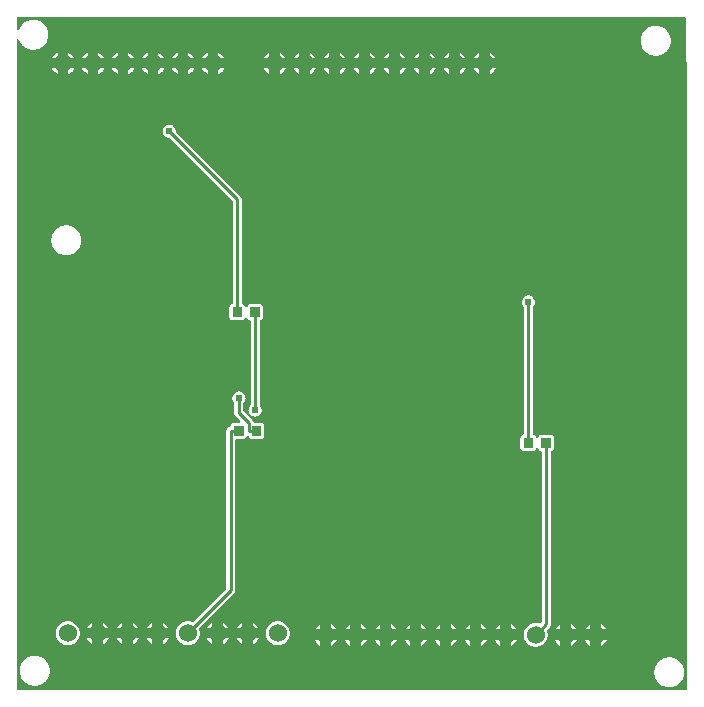
<source format=gtl>
G04 Layer: TopLayer*
G04 EasyEDA v6.5.5, 2022-05-22 00:28:19*
G04 37d94133e9fb4008a465715c89777dd1,10*
G04 Gerber Generator version 0.2*
G04 Scale: 100 percent, Rotated: No, Reflected: No *
G04 Dimensions in millimeters *
G04 leading zeros omitted , absolute positions ,4 integer and 5 decimal *
%FSLAX45Y45*%
%MOMM*%

%ADD10C,0.2540*%
%ADD11C,0.6100*%
%ADD13C,1.5240*%

%LPD*%
G36*
X798068Y1029208D02*
G01*
X794156Y1029969D01*
X790905Y1032205D01*
X788670Y1035456D01*
X787908Y1039368D01*
X787908Y6530797D01*
X788720Y6534810D01*
X791057Y6538163D01*
X794562Y6540296D01*
X798576Y6540906D01*
X802538Y6539890D01*
X805789Y6537401D01*
X807872Y6533388D01*
X814222Y6519367D01*
X822198Y6506159D01*
X831697Y6494068D01*
X842568Y6483197D01*
X854659Y6473698D01*
X867867Y6465722D01*
X881887Y6459372D01*
X896569Y6454800D01*
X911707Y6452057D01*
X927100Y6451092D01*
X942492Y6452057D01*
X957630Y6454800D01*
X972312Y6459372D01*
X986332Y6465722D01*
X999540Y6473698D01*
X1011631Y6483197D01*
X1022502Y6494068D01*
X1032002Y6506159D01*
X1039977Y6519367D01*
X1046327Y6533388D01*
X1050899Y6548069D01*
X1053642Y6563207D01*
X1054608Y6578600D01*
X1053642Y6593992D01*
X1050899Y6609130D01*
X1046327Y6623812D01*
X1039977Y6637832D01*
X1032002Y6651040D01*
X1022502Y6663131D01*
X1011631Y6674002D01*
X999540Y6683502D01*
X986332Y6691477D01*
X972312Y6697827D01*
X957630Y6702399D01*
X942492Y6705142D01*
X927100Y6706108D01*
X911707Y6705142D01*
X896569Y6702399D01*
X881887Y6697827D01*
X867867Y6691477D01*
X854659Y6683502D01*
X842568Y6674002D01*
X831697Y6663131D01*
X822198Y6651040D01*
X814222Y6637832D01*
X807770Y6623405D01*
X805789Y6619798D01*
X802538Y6617309D01*
X798576Y6616293D01*
X794562Y6616903D01*
X791057Y6619036D01*
X788720Y6622389D01*
X787908Y6626402D01*
X787908Y6720331D01*
X788670Y6724243D01*
X790905Y6727494D01*
X794156Y6729730D01*
X798068Y6730492D01*
X6442202Y6730492D01*
X6446062Y6729730D01*
X6449314Y6727596D01*
X6451549Y6724345D01*
X6452362Y6720484D01*
X6463792Y5976518D01*
X6463792Y1039368D01*
X6463030Y1035456D01*
X6460794Y1032205D01*
X6457543Y1029969D01*
X6453632Y1029208D01*
G37*

%LPC*%
G36*
X6197600Y6400292D02*
G01*
X6212992Y6401257D01*
X6228130Y6404000D01*
X6242812Y6408572D01*
X6256832Y6414922D01*
X6270040Y6422898D01*
X6282131Y6432397D01*
X6293002Y6443268D01*
X6302502Y6455359D01*
X6310477Y6468567D01*
X6316827Y6482588D01*
X6321399Y6497269D01*
X6324142Y6512407D01*
X6325108Y6527800D01*
X6324142Y6543192D01*
X6321399Y6558330D01*
X6316827Y6573012D01*
X6310477Y6587032D01*
X6302502Y6600240D01*
X6293002Y6612331D01*
X6282131Y6623202D01*
X6270040Y6632702D01*
X6256832Y6640677D01*
X6242812Y6647027D01*
X6228130Y6651599D01*
X6212992Y6654342D01*
X6197600Y6655308D01*
X6182207Y6654342D01*
X6167069Y6651599D01*
X6152388Y6647027D01*
X6138367Y6640677D01*
X6125159Y6632702D01*
X6113068Y6623202D01*
X6102197Y6612331D01*
X6092698Y6600240D01*
X6084722Y6587032D01*
X6078372Y6573012D01*
X6073800Y6558330D01*
X6071057Y6543192D01*
X6070092Y6527800D01*
X6071057Y6512407D01*
X6073800Y6497269D01*
X6078372Y6482588D01*
X6084722Y6468567D01*
X6092698Y6455359D01*
X6102197Y6443268D01*
X6113068Y6432397D01*
X6125159Y6422898D01*
X6138367Y6414922D01*
X6152388Y6408572D01*
X6167069Y6404000D01*
X6182207Y6401257D01*
G37*
G36*
X5178196Y1396593D02*
G01*
X5191810Y1397050D01*
X5205272Y1399286D01*
X5218277Y1403350D01*
X5230672Y1409090D01*
X5242153Y1416405D01*
X5252567Y1425194D01*
X5261711Y1435354D01*
X5269433Y1446580D01*
X5275580Y1458722D01*
X5280050Y1471625D01*
X5282793Y1484985D01*
X5283708Y1498600D01*
X5282793Y1512214D01*
X5280050Y1525574D01*
X5277815Y1532077D01*
X5277256Y1535836D01*
X5278069Y1539494D01*
X5280202Y1542592D01*
X5296560Y1559001D01*
X5301691Y1565198D01*
X5305247Y1571904D01*
X5307431Y1579118D01*
X5308244Y1587144D01*
X5308244Y3045968D01*
X5309108Y3050032D01*
X5311495Y3053435D01*
X5315051Y3055569D01*
X5321147Y3057702D01*
X5326075Y3060801D01*
X5330139Y3064865D01*
X5333238Y3069793D01*
X5335168Y3075228D01*
X5335879Y3081578D01*
X5335879Y3166821D01*
X5335168Y3173171D01*
X5333238Y3178606D01*
X5330139Y3183534D01*
X5326075Y3187598D01*
X5321147Y3190697D01*
X5315712Y3192576D01*
X5309362Y3193288D01*
X5229860Y3193288D01*
X5223560Y3192576D01*
X5218074Y3190697D01*
X5213197Y3187598D01*
X5209082Y3183534D01*
X5206034Y3178606D01*
X5203901Y3172561D01*
X5201767Y3169005D01*
X5198364Y3166567D01*
X5194300Y3165754D01*
X5190236Y3166567D01*
X5186832Y3169005D01*
X5184698Y3172561D01*
X5182565Y3178606D01*
X5179517Y3183534D01*
X5175402Y3187598D01*
X5170525Y3190697D01*
X5164378Y3192830D01*
X5160822Y3194964D01*
X5158435Y3198368D01*
X5157571Y3202432D01*
X5157571Y4270146D01*
X5158333Y4274007D01*
X5160568Y4277309D01*
X5162143Y4278934D01*
X5167782Y4286961D01*
X5171948Y4295851D01*
X5174488Y4305350D01*
X5175351Y4315155D01*
X5174488Y4324959D01*
X5171948Y4334459D01*
X5167782Y4343349D01*
X5162143Y4351375D01*
X5155184Y4358335D01*
X5147157Y4363974D01*
X5138267Y4368139D01*
X5128768Y4370679D01*
X5118963Y4371543D01*
X5109159Y4370679D01*
X5099659Y4368139D01*
X5090769Y4363974D01*
X5082743Y4358335D01*
X5075783Y4351375D01*
X5070144Y4343349D01*
X5065979Y4334459D01*
X5063439Y4324959D01*
X5062575Y4315155D01*
X5063439Y4305350D01*
X5065979Y4295851D01*
X5070144Y4286961D01*
X5075783Y4278934D01*
X5077358Y4277309D01*
X5079593Y4274007D01*
X5080355Y4270146D01*
X5080355Y3202432D01*
X5079492Y3198368D01*
X5077104Y3194964D01*
X5073548Y3192830D01*
X5067452Y3190697D01*
X5062524Y3187598D01*
X5058460Y3183534D01*
X5055362Y3178606D01*
X5053431Y3173171D01*
X5052720Y3166821D01*
X5052720Y3081578D01*
X5053431Y3075228D01*
X5055362Y3069793D01*
X5058460Y3064865D01*
X5062524Y3060801D01*
X5067452Y3057702D01*
X5072888Y3055823D01*
X5079238Y3055112D01*
X5158740Y3055112D01*
X5165039Y3055823D01*
X5170525Y3057702D01*
X5175402Y3060801D01*
X5179517Y3064865D01*
X5182565Y3069793D01*
X5184698Y3075838D01*
X5186832Y3079394D01*
X5190236Y3081832D01*
X5194300Y3082645D01*
X5198364Y3081832D01*
X5201767Y3079394D01*
X5203901Y3075838D01*
X5206034Y3069793D01*
X5209082Y3064865D01*
X5213197Y3060801D01*
X5218074Y3057702D01*
X5224221Y3055569D01*
X5227777Y3053435D01*
X5230164Y3050032D01*
X5231028Y3045968D01*
X5231028Y1606854D01*
X5230266Y1602943D01*
X5228031Y1599641D01*
X5225643Y1597253D01*
X5222646Y1595170D01*
X5219090Y1594307D01*
X5215483Y1594764D01*
X5205272Y1597914D01*
X5191810Y1600149D01*
X5178196Y1600606D01*
X5164632Y1599285D01*
X5151374Y1596085D01*
X5138623Y1591208D01*
X5126685Y1584655D01*
X5115712Y1576578D01*
X5105908Y1567078D01*
X5097424Y1556359D01*
X5090464Y1544624D01*
X5085181Y1532077D01*
X5081574Y1518920D01*
X5079746Y1505407D01*
X5079746Y1491792D01*
X5081574Y1478280D01*
X5085181Y1465122D01*
X5090464Y1452575D01*
X5097424Y1440840D01*
X5105908Y1430121D01*
X5115712Y1420622D01*
X5126685Y1412544D01*
X5138623Y1405991D01*
X5151374Y1401114D01*
X5164632Y1397914D01*
G37*
G36*
X4883150Y1406804D02*
G01*
X4883150Y1454150D01*
X4835804Y1454150D01*
X4836464Y1452575D01*
X4843424Y1440840D01*
X4851908Y1430121D01*
X4861712Y1420622D01*
X4872685Y1412544D01*
G37*
G36*
X4375150Y1406804D02*
G01*
X4375150Y1454150D01*
X4327804Y1454150D01*
X4328464Y1452575D01*
X4335424Y1440840D01*
X4343908Y1430121D01*
X4353712Y1420622D01*
X4364685Y1412544D01*
G37*
G36*
X4121150Y1406804D02*
G01*
X4121150Y1454150D01*
X4073804Y1454150D01*
X4074464Y1452575D01*
X4081424Y1440840D01*
X4089908Y1430121D01*
X4099712Y1420622D01*
X4110685Y1412544D01*
G37*
G36*
X5391150Y1406804D02*
G01*
X5391150Y1454150D01*
X5343804Y1454150D01*
X5344464Y1452575D01*
X5351424Y1440840D01*
X5359908Y1430121D01*
X5369712Y1420622D01*
X5380685Y1412544D01*
G37*
G36*
X3867150Y1406804D02*
G01*
X3867150Y1454150D01*
X3819804Y1454150D01*
X3820464Y1452575D01*
X3827424Y1440840D01*
X3835908Y1430121D01*
X3845712Y1420622D01*
X3856685Y1412544D01*
G37*
G36*
X3613150Y1406804D02*
G01*
X3613150Y1454150D01*
X3565804Y1454150D01*
X3566464Y1452575D01*
X3573424Y1440840D01*
X3581908Y1430121D01*
X3591712Y1420622D01*
X3602685Y1412544D01*
G37*
G36*
X4629150Y1406804D02*
G01*
X4629150Y1454150D01*
X4581804Y1454150D01*
X4582464Y1452575D01*
X4589424Y1440840D01*
X4597908Y1430121D01*
X4607712Y1420622D01*
X4618685Y1412544D01*
G37*
G36*
X5645150Y1406804D02*
G01*
X5645150Y1454150D01*
X5597804Y1454150D01*
X5598464Y1452575D01*
X5605424Y1440840D01*
X5613908Y1430121D01*
X5623712Y1420622D01*
X5634685Y1412544D01*
G37*
G36*
X3359150Y1406804D02*
G01*
X3359150Y1454150D01*
X3311804Y1454150D01*
X3312464Y1452575D01*
X3319424Y1440840D01*
X3327908Y1430121D01*
X3337712Y1420622D01*
X3348685Y1412544D01*
G37*
G36*
X5734050Y1406956D02*
G01*
X5738672Y1409090D01*
X5750153Y1416405D01*
X5760567Y1425194D01*
X5769711Y1435354D01*
X5777433Y1446580D01*
X5781243Y1454150D01*
X5734050Y1454150D01*
G37*
G36*
X4464050Y1406956D02*
G01*
X4468672Y1409090D01*
X4480153Y1416405D01*
X4490567Y1425194D01*
X4499711Y1435354D01*
X4507433Y1446580D01*
X4511243Y1454150D01*
X4464050Y1454150D01*
G37*
G36*
X3448050Y1406956D02*
G01*
X3452672Y1409090D01*
X3464153Y1416405D01*
X3474567Y1425194D01*
X3483711Y1435354D01*
X3491433Y1446580D01*
X3495243Y1454150D01*
X3448050Y1454150D01*
G37*
G36*
X3702050Y1406956D02*
G01*
X3706672Y1409090D01*
X3718153Y1416405D01*
X3728567Y1425194D01*
X3737711Y1435354D01*
X3745433Y1446580D01*
X3749243Y1454150D01*
X3702050Y1454150D01*
G37*
G36*
X5480050Y1406956D02*
G01*
X5484672Y1409090D01*
X5496153Y1416405D01*
X5506567Y1425194D01*
X5515711Y1435354D01*
X5523433Y1446580D01*
X5527243Y1454150D01*
X5480050Y1454150D01*
G37*
G36*
X4210050Y1406956D02*
G01*
X4214672Y1409090D01*
X4226153Y1416405D01*
X4236567Y1425194D01*
X4245711Y1435354D01*
X4253433Y1446580D01*
X4257243Y1454150D01*
X4210050Y1454150D01*
G37*
G36*
X4718050Y1406956D02*
G01*
X4722672Y1409090D01*
X4734153Y1416405D01*
X4744567Y1425194D01*
X4753711Y1435354D01*
X4761433Y1446580D01*
X4765243Y1454150D01*
X4718050Y1454150D01*
G37*
G36*
X3956050Y1406956D02*
G01*
X3960672Y1409090D01*
X3972153Y1416405D01*
X3982567Y1425194D01*
X3991711Y1435354D01*
X3999433Y1446580D01*
X4003243Y1454150D01*
X3956050Y1454150D01*
G37*
G36*
X4972050Y1406956D02*
G01*
X4976672Y1409090D01*
X4988153Y1416405D01*
X4998567Y1425194D01*
X5007711Y1435354D01*
X5015433Y1446580D01*
X5019243Y1454150D01*
X4972050Y1454150D01*
G37*
G36*
X1215796Y1409293D02*
G01*
X1229410Y1409750D01*
X1242872Y1411986D01*
X1255877Y1416050D01*
X1268272Y1421790D01*
X1279753Y1429105D01*
X1290167Y1437894D01*
X1299311Y1448054D01*
X1307033Y1459280D01*
X1313180Y1471422D01*
X1317650Y1484325D01*
X1320393Y1497685D01*
X1321308Y1511300D01*
X1320393Y1524914D01*
X1317650Y1538274D01*
X1313180Y1551178D01*
X1307033Y1563319D01*
X1299311Y1574546D01*
X1290167Y1584706D01*
X1279753Y1593494D01*
X1268272Y1600809D01*
X1255877Y1606550D01*
X1242872Y1610614D01*
X1229410Y1612849D01*
X1215796Y1613306D01*
X1202232Y1611985D01*
X1188974Y1608785D01*
X1176223Y1603908D01*
X1164285Y1597355D01*
X1153312Y1589278D01*
X1143508Y1579778D01*
X1135024Y1569059D01*
X1128064Y1557324D01*
X1122781Y1544777D01*
X1119174Y1531620D01*
X1117346Y1518107D01*
X1117346Y1504492D01*
X1119174Y1490980D01*
X1122781Y1477822D01*
X1128064Y1465275D01*
X1135024Y1453540D01*
X1143508Y1442821D01*
X1153312Y1433322D01*
X1164285Y1425244D01*
X1176223Y1418691D01*
X1188974Y1413814D01*
X1202232Y1410614D01*
G37*
G36*
X2993796Y1409293D02*
G01*
X3007410Y1409750D01*
X3020872Y1411986D01*
X3033877Y1416050D01*
X3046272Y1421790D01*
X3057753Y1429105D01*
X3068167Y1437894D01*
X3077311Y1448054D01*
X3085033Y1459280D01*
X3091180Y1471422D01*
X3095650Y1484325D01*
X3098393Y1497685D01*
X3099308Y1511300D01*
X3098393Y1524914D01*
X3095650Y1538274D01*
X3091180Y1551178D01*
X3085033Y1563319D01*
X3077311Y1574546D01*
X3068167Y1584706D01*
X3057753Y1593494D01*
X3046272Y1600809D01*
X3033877Y1606550D01*
X3020872Y1610614D01*
X3007410Y1612849D01*
X2993796Y1613306D01*
X2980232Y1611985D01*
X2966974Y1608785D01*
X2954223Y1603908D01*
X2942285Y1597355D01*
X2931312Y1589278D01*
X2921508Y1579778D01*
X2913024Y1569059D01*
X2906064Y1557324D01*
X2900781Y1544777D01*
X2897174Y1531620D01*
X2895346Y1518107D01*
X2895346Y1504492D01*
X2897174Y1490980D01*
X2900781Y1477822D01*
X2906064Y1465275D01*
X2913024Y1453540D01*
X2921508Y1442821D01*
X2931312Y1433322D01*
X2942285Y1425244D01*
X2954223Y1418691D01*
X2966974Y1413814D01*
X2980232Y1410614D01*
G37*
G36*
X2231796Y1409293D02*
G01*
X2245410Y1409750D01*
X2258872Y1411986D01*
X2271877Y1416050D01*
X2284272Y1421790D01*
X2295753Y1429105D01*
X2306167Y1437894D01*
X2315311Y1448054D01*
X2323033Y1459280D01*
X2329180Y1471422D01*
X2333650Y1484325D01*
X2336393Y1497685D01*
X2337308Y1511300D01*
X2336393Y1524914D01*
X2333650Y1538274D01*
X2331415Y1544777D01*
X2330856Y1548536D01*
X2331669Y1552194D01*
X2333802Y1555292D01*
X2626563Y1848104D01*
X2631694Y1854301D01*
X2635250Y1861007D01*
X2637434Y1868220D01*
X2638247Y1876247D01*
X2638247Y3146552D01*
X2639009Y3150412D01*
X2641244Y3153714D01*
X2644495Y3155899D01*
X2648407Y3156712D01*
X2707640Y3156712D01*
X2713939Y3157423D01*
X2719425Y3159302D01*
X2724302Y3162401D01*
X2728417Y3166465D01*
X2731465Y3171393D01*
X2733598Y3177438D01*
X2735732Y3180994D01*
X2739136Y3183432D01*
X2743200Y3184245D01*
X2747264Y3183432D01*
X2750667Y3180994D01*
X2752801Y3177438D01*
X2754934Y3171393D01*
X2757982Y3166465D01*
X2762097Y3162401D01*
X2766974Y3159302D01*
X2772460Y3157423D01*
X2778760Y3156712D01*
X2858262Y3156712D01*
X2864612Y3157423D01*
X2870047Y3159302D01*
X2874975Y3162401D01*
X2879039Y3166465D01*
X2882138Y3171393D01*
X2884068Y3176828D01*
X2884779Y3183178D01*
X2884779Y3268421D01*
X2884068Y3274771D01*
X2882138Y3280206D01*
X2879039Y3285134D01*
X2874975Y3289198D01*
X2870047Y3292297D01*
X2864612Y3294176D01*
X2858262Y3294887D01*
X2797657Y3294887D01*
X2793492Y3295802D01*
X2790037Y3298393D01*
X2787954Y3302101D01*
X2785922Y3308807D01*
X2782366Y3315462D01*
X2777236Y3321710D01*
X2710027Y3388918D01*
X2707792Y3392220D01*
X2707030Y3396132D01*
X2707030Y3457346D01*
X2707792Y3461207D01*
X2710027Y3464509D01*
X2711602Y3466134D01*
X2717241Y3474161D01*
X2721406Y3483051D01*
X2723946Y3492550D01*
X2724810Y3502355D01*
X2723946Y3512159D01*
X2721406Y3521659D01*
X2717241Y3530549D01*
X2711602Y3538575D01*
X2704642Y3545535D01*
X2696616Y3551174D01*
X2687726Y3555339D01*
X2678226Y3557879D01*
X2668422Y3558743D01*
X2658618Y3557879D01*
X2649118Y3555339D01*
X2640228Y3551174D01*
X2632202Y3545535D01*
X2625242Y3538575D01*
X2619603Y3530549D01*
X2615438Y3521659D01*
X2612898Y3512159D01*
X2612034Y3502355D01*
X2612898Y3492550D01*
X2615438Y3483051D01*
X2619603Y3474161D01*
X2625242Y3466134D01*
X2626817Y3464509D01*
X2629052Y3461207D01*
X2629814Y3457346D01*
X2629814Y3376422D01*
X2630627Y3368395D01*
X2632811Y3361182D01*
X2636367Y3354476D01*
X2641498Y3348278D01*
X2677464Y3312261D01*
X2679700Y3308959D01*
X2680462Y3305048D01*
X2679700Y3301187D01*
X2677464Y3297885D01*
X2674162Y3295700D01*
X2670302Y3294887D01*
X2628138Y3294887D01*
X2621788Y3294176D01*
X2616352Y3292297D01*
X2611424Y3289198D01*
X2607360Y3285134D01*
X2604262Y3280206D01*
X2602331Y3274771D01*
X2601163Y3269386D01*
X2599182Y3266592D01*
X2596337Y3264611D01*
X2592120Y3263595D01*
X2584907Y3261410D01*
X2578201Y3257854D01*
X2572359Y3253079D01*
X2567584Y3247237D01*
X2564028Y3240532D01*
X2561844Y3233318D01*
X2561031Y3225292D01*
X2561031Y1895957D01*
X2560269Y1892046D01*
X2558034Y1888743D01*
X2279243Y1609953D01*
X2276246Y1607870D01*
X2272690Y1607007D01*
X2269083Y1607464D01*
X2258872Y1610614D01*
X2245410Y1612849D01*
X2231796Y1613306D01*
X2218232Y1611985D01*
X2204974Y1608785D01*
X2192223Y1603908D01*
X2180285Y1597355D01*
X2169312Y1589278D01*
X2159508Y1579778D01*
X2151024Y1569059D01*
X2144064Y1557324D01*
X2138781Y1544777D01*
X2135174Y1531620D01*
X2133346Y1518107D01*
X2133346Y1504492D01*
X2135174Y1490980D01*
X2138781Y1477822D01*
X2144064Y1465275D01*
X2151024Y1453540D01*
X2159508Y1442821D01*
X2169312Y1433322D01*
X2180285Y1425244D01*
X2192223Y1418691D01*
X2204974Y1413814D01*
X2218232Y1410614D01*
G37*
G36*
X1428750Y1419504D02*
G01*
X1428750Y1466850D01*
X1381404Y1466850D01*
X1382064Y1465275D01*
X1389024Y1453540D01*
X1397508Y1442821D01*
X1407312Y1433322D01*
X1418285Y1425244D01*
G37*
G36*
X1682750Y1419504D02*
G01*
X1682750Y1466850D01*
X1635404Y1466850D01*
X1636064Y1465275D01*
X1643024Y1453540D01*
X1651507Y1442821D01*
X1661312Y1433322D01*
X1672285Y1425244D01*
G37*
G36*
X1936750Y1419504D02*
G01*
X1936750Y1466850D01*
X1889404Y1466850D01*
X1890064Y1465275D01*
X1897024Y1453540D01*
X1905507Y1442821D01*
X1915312Y1433322D01*
X1926285Y1425244D01*
G37*
G36*
X2698750Y1419504D02*
G01*
X2698750Y1466850D01*
X2651404Y1466850D01*
X2652064Y1465275D01*
X2659024Y1453540D01*
X2667508Y1442821D01*
X2677312Y1433322D01*
X2688285Y1425244D01*
G37*
G36*
X2444750Y1419504D02*
G01*
X2444750Y1466850D01*
X2397404Y1466850D01*
X2398064Y1465275D01*
X2405024Y1453540D01*
X2413508Y1442821D01*
X2423312Y1433322D01*
X2434285Y1425244D01*
G37*
G36*
X2025650Y1419656D02*
G01*
X2030272Y1421790D01*
X2041753Y1429105D01*
X2052167Y1437894D01*
X2061311Y1448054D01*
X2069033Y1459280D01*
X2072843Y1466850D01*
X2025650Y1466850D01*
G37*
G36*
X2533650Y1419656D02*
G01*
X2538272Y1421790D01*
X2549753Y1429105D01*
X2560167Y1437894D01*
X2569311Y1448054D01*
X2577033Y1459280D01*
X2580843Y1466850D01*
X2533650Y1466850D01*
G37*
G36*
X2787650Y1419656D02*
G01*
X2792272Y1421790D01*
X2803753Y1429105D01*
X2814167Y1437894D01*
X2823311Y1448054D01*
X2831033Y1459280D01*
X2834843Y1466850D01*
X2787650Y1466850D01*
G37*
G36*
X1517650Y1419656D02*
G01*
X1522272Y1421790D01*
X1533753Y1429105D01*
X1544167Y1437894D01*
X1553311Y1448054D01*
X1561033Y1459280D01*
X1564843Y1466850D01*
X1517650Y1466850D01*
G37*
G36*
X1771650Y1419656D02*
G01*
X1776272Y1421790D01*
X1787753Y1429105D01*
X1798167Y1437894D01*
X1807311Y1448054D01*
X1815033Y1459280D01*
X1818843Y1466850D01*
X1771650Y1466850D01*
G37*
G36*
X3956050Y1543050D02*
G01*
X4003243Y1543050D01*
X3999433Y1550619D01*
X3991711Y1561846D01*
X3982567Y1572006D01*
X3972153Y1580794D01*
X3960672Y1588109D01*
X3956050Y1590243D01*
G37*
G36*
X4210050Y1543050D02*
G01*
X4257243Y1543050D01*
X4253433Y1550619D01*
X4245711Y1561846D01*
X4236567Y1572006D01*
X4226153Y1580794D01*
X4214672Y1588109D01*
X4210050Y1590243D01*
G37*
G36*
X5480050Y1543050D02*
G01*
X5527243Y1543050D01*
X5523433Y1550619D01*
X5515711Y1561846D01*
X5506567Y1572006D01*
X5496153Y1580794D01*
X5484672Y1588109D01*
X5480050Y1590243D01*
G37*
G36*
X3448050Y1543050D02*
G01*
X3495243Y1543050D01*
X3491433Y1550619D01*
X3483711Y1561846D01*
X3474567Y1572006D01*
X3464153Y1580794D01*
X3452672Y1588109D01*
X3448050Y1590243D01*
G37*
G36*
X5734050Y1543050D02*
G01*
X5781243Y1543050D01*
X5777433Y1550619D01*
X5769711Y1561846D01*
X5760567Y1572006D01*
X5750153Y1580794D01*
X5738672Y1588109D01*
X5734050Y1590243D01*
G37*
G36*
X3702050Y1543050D02*
G01*
X3749243Y1543050D01*
X3745433Y1550619D01*
X3737711Y1561846D01*
X3728567Y1572006D01*
X3718153Y1580794D01*
X3706672Y1588109D01*
X3702050Y1590243D01*
G37*
G36*
X4718050Y1543050D02*
G01*
X4765243Y1543050D01*
X4761433Y1550619D01*
X4753711Y1561846D01*
X4744567Y1572006D01*
X4734153Y1580794D01*
X4722672Y1588109D01*
X4718050Y1590243D01*
G37*
G36*
X4464050Y1543050D02*
G01*
X4511243Y1543050D01*
X4507433Y1550619D01*
X4499711Y1561846D01*
X4490567Y1572006D01*
X4480153Y1580794D01*
X4468672Y1588109D01*
X4464050Y1590243D01*
G37*
G36*
X4972050Y1543050D02*
G01*
X5019243Y1543050D01*
X5015433Y1550619D01*
X5007711Y1561846D01*
X4998567Y1572006D01*
X4988153Y1580794D01*
X4976672Y1588109D01*
X4972050Y1590243D01*
G37*
G36*
X3565804Y1543050D02*
G01*
X3613150Y1543050D01*
X3613150Y1590395D01*
X3602685Y1584655D01*
X3591712Y1576578D01*
X3581908Y1567078D01*
X3573424Y1556359D01*
X3566464Y1544624D01*
G37*
G36*
X4581804Y1543050D02*
G01*
X4629150Y1543050D01*
X4629150Y1590395D01*
X4618685Y1584655D01*
X4607712Y1576578D01*
X4597908Y1567078D01*
X4589424Y1556359D01*
X4582464Y1544624D01*
G37*
G36*
X3819804Y1543050D02*
G01*
X3867150Y1543050D01*
X3867150Y1590395D01*
X3856685Y1584655D01*
X3845712Y1576578D01*
X3835908Y1567078D01*
X3827424Y1556359D01*
X3820464Y1544624D01*
G37*
G36*
X5343804Y1543050D02*
G01*
X5391150Y1543050D01*
X5391150Y1590395D01*
X5380685Y1584655D01*
X5369712Y1576578D01*
X5359908Y1567078D01*
X5351424Y1556359D01*
X5344464Y1544624D01*
G37*
G36*
X4835804Y1543050D02*
G01*
X4883150Y1543050D01*
X4883150Y1590395D01*
X4872685Y1584655D01*
X4861712Y1576578D01*
X4851908Y1567078D01*
X4843424Y1556359D01*
X4836464Y1544624D01*
G37*
G36*
X3311804Y1543050D02*
G01*
X3359150Y1543050D01*
X3359150Y1590395D01*
X3348685Y1584655D01*
X3337712Y1576578D01*
X3327908Y1567078D01*
X3319424Y1556359D01*
X3312464Y1544624D01*
G37*
G36*
X4327804Y1543050D02*
G01*
X4375150Y1543050D01*
X4375150Y1590395D01*
X4364685Y1584655D01*
X4353712Y1576578D01*
X4343908Y1567078D01*
X4335424Y1556359D01*
X4328464Y1544624D01*
G37*
G36*
X4073804Y1543050D02*
G01*
X4121150Y1543050D01*
X4121150Y1590395D01*
X4110685Y1584655D01*
X4099712Y1576578D01*
X4089908Y1567078D01*
X4081424Y1556359D01*
X4074464Y1544624D01*
G37*
G36*
X5597804Y1543050D02*
G01*
X5645150Y1543050D01*
X5645150Y1590395D01*
X5634685Y1584655D01*
X5623712Y1576578D01*
X5613908Y1567078D01*
X5605424Y1556359D01*
X5598464Y1544624D01*
G37*
G36*
X2025650Y1555750D02*
G01*
X2072843Y1555750D01*
X2069033Y1563319D01*
X2061311Y1574546D01*
X2052167Y1584706D01*
X2041753Y1593494D01*
X2030272Y1600809D01*
X2025650Y1602943D01*
G37*
G36*
X2533650Y1555750D02*
G01*
X2580843Y1555750D01*
X2577033Y1563319D01*
X2569311Y1574546D01*
X2560167Y1584706D01*
X2549753Y1593494D01*
X2538272Y1600809D01*
X2533650Y1602943D01*
G37*
G36*
X2787650Y1555750D02*
G01*
X2834843Y1555750D01*
X2831033Y1563319D01*
X2823311Y1574546D01*
X2814167Y1584706D01*
X2803753Y1593494D01*
X2792272Y1600809D01*
X2787650Y1602943D01*
G37*
G36*
X1517650Y1555750D02*
G01*
X1564843Y1555750D01*
X1561033Y1563319D01*
X1553311Y1574546D01*
X1544167Y1584706D01*
X1533753Y1593494D01*
X1522272Y1600809D01*
X1517650Y1602943D01*
G37*
G36*
X1771650Y1555750D02*
G01*
X1818843Y1555750D01*
X1815033Y1563319D01*
X1807311Y1574546D01*
X1798167Y1584706D01*
X1787753Y1593494D01*
X1776272Y1600809D01*
X1771650Y1602943D01*
G37*
G36*
X1635404Y1555750D02*
G01*
X1682750Y1555750D01*
X1682750Y1603095D01*
X1672285Y1597355D01*
X1661312Y1589278D01*
X1651507Y1579778D01*
X1643024Y1569059D01*
X1636064Y1557324D01*
G37*
G36*
X1889404Y1555750D02*
G01*
X1936750Y1555750D01*
X1936750Y1603095D01*
X1926285Y1597355D01*
X1915312Y1589278D01*
X1905507Y1579778D01*
X1897024Y1569059D01*
X1890064Y1557324D01*
G37*
G36*
X1381404Y1555750D02*
G01*
X1428750Y1555750D01*
X1428750Y1603095D01*
X1418285Y1597355D01*
X1407312Y1589278D01*
X1397508Y1579778D01*
X1389024Y1569059D01*
X1382064Y1557324D01*
G37*
G36*
X2651404Y1555750D02*
G01*
X2698750Y1555750D01*
X2698750Y1603095D01*
X2688285Y1597355D01*
X2677312Y1589278D01*
X2667508Y1579778D01*
X2659024Y1569059D01*
X2652064Y1557324D01*
G37*
G36*
X939800Y1066292D02*
G01*
X955192Y1067257D01*
X970330Y1070000D01*
X985012Y1074572D01*
X999032Y1080922D01*
X1012240Y1088898D01*
X1024331Y1098397D01*
X1035202Y1109268D01*
X1044702Y1121359D01*
X1052677Y1134567D01*
X1059027Y1148588D01*
X1063599Y1163269D01*
X1066342Y1178407D01*
X1067308Y1193800D01*
X1066342Y1209192D01*
X1063599Y1224330D01*
X1059027Y1239012D01*
X1052677Y1253032D01*
X1044702Y1266240D01*
X1035202Y1278331D01*
X1024331Y1289202D01*
X1012240Y1298702D01*
X999032Y1306677D01*
X985012Y1313027D01*
X970330Y1317599D01*
X955192Y1320342D01*
X939800Y1321308D01*
X924407Y1320342D01*
X909269Y1317599D01*
X894587Y1313027D01*
X880567Y1306677D01*
X867359Y1298702D01*
X855268Y1289202D01*
X844397Y1278331D01*
X834898Y1266240D01*
X826922Y1253032D01*
X820572Y1239012D01*
X816000Y1224330D01*
X813257Y1209192D01*
X812292Y1193800D01*
X813257Y1178407D01*
X816000Y1163269D01*
X820572Y1148588D01*
X826922Y1134567D01*
X834898Y1121359D01*
X844397Y1109268D01*
X855268Y1098397D01*
X867359Y1088898D01*
X880567Y1080922D01*
X894587Y1074572D01*
X909269Y1070000D01*
X924407Y1067257D01*
G37*
G36*
X6311900Y1053592D02*
G01*
X6327292Y1054557D01*
X6342430Y1057300D01*
X6357112Y1061872D01*
X6371132Y1068222D01*
X6384340Y1076198D01*
X6396431Y1085697D01*
X6407302Y1096568D01*
X6416802Y1108659D01*
X6424777Y1121867D01*
X6431127Y1135888D01*
X6435699Y1150569D01*
X6438442Y1165707D01*
X6439408Y1181100D01*
X6438442Y1196492D01*
X6435699Y1211630D01*
X6431127Y1226312D01*
X6424777Y1240332D01*
X6416802Y1253540D01*
X6407302Y1265631D01*
X6396431Y1276502D01*
X6384340Y1286002D01*
X6371132Y1293977D01*
X6357112Y1300327D01*
X6342430Y1304899D01*
X6327292Y1307642D01*
X6311900Y1308608D01*
X6296507Y1307642D01*
X6281369Y1304899D01*
X6266688Y1300327D01*
X6252667Y1293977D01*
X6239459Y1286002D01*
X6227368Y1276502D01*
X6216497Y1265631D01*
X6206998Y1253540D01*
X6199022Y1240332D01*
X6192672Y1226312D01*
X6188100Y1211630D01*
X6185357Y1196492D01*
X6184392Y1181100D01*
X6185357Y1165707D01*
X6188100Y1150569D01*
X6192672Y1135888D01*
X6199022Y1121867D01*
X6206998Y1108659D01*
X6216497Y1096568D01*
X6227368Y1085697D01*
X6239459Y1076198D01*
X6252667Y1068222D01*
X6266688Y1061872D01*
X6281369Y1057300D01*
X6296507Y1054557D01*
G37*
G36*
X2805836Y3345942D02*
G01*
X2815640Y3346805D01*
X2825140Y3349345D01*
X2834030Y3353511D01*
X2842056Y3359150D01*
X2849016Y3366109D01*
X2854655Y3374136D01*
X2858820Y3383026D01*
X2861360Y3392525D01*
X2862224Y3402329D01*
X2861360Y3412134D01*
X2858820Y3421634D01*
X2854655Y3430524D01*
X2849016Y3438550D01*
X2847441Y3440176D01*
X2845206Y3443478D01*
X2844444Y3447338D01*
X2844444Y4150868D01*
X2845308Y4154932D01*
X2847695Y4158335D01*
X2851251Y4160469D01*
X2857347Y4162602D01*
X2862275Y4165701D01*
X2866339Y4169765D01*
X2869438Y4174693D01*
X2871368Y4180128D01*
X2872079Y4186478D01*
X2872079Y4271721D01*
X2871368Y4278071D01*
X2869438Y4283506D01*
X2866339Y4288434D01*
X2862275Y4292498D01*
X2857347Y4295597D01*
X2851912Y4297476D01*
X2845562Y4298188D01*
X2766060Y4298188D01*
X2759760Y4297476D01*
X2754274Y4295597D01*
X2749397Y4292498D01*
X2745282Y4288434D01*
X2742234Y4283506D01*
X2740101Y4277461D01*
X2737967Y4273905D01*
X2734564Y4271467D01*
X2730500Y4270654D01*
X2726436Y4271467D01*
X2723032Y4273905D01*
X2720898Y4277461D01*
X2718765Y4283506D01*
X2715717Y4288434D01*
X2711602Y4292498D01*
X2706725Y4295597D01*
X2700578Y4297730D01*
X2697022Y4299864D01*
X2694635Y4303268D01*
X2693771Y4307332D01*
X2693771Y5184902D01*
X2692958Y5192928D01*
X2690774Y5200142D01*
X2687218Y5206847D01*
X2682087Y5213045D01*
X2137816Y5757367D01*
X2135784Y5760262D01*
X2134870Y5763666D01*
X2134158Y5771692D01*
X2131618Y5781192D01*
X2127453Y5790082D01*
X2121865Y5798159D01*
X2114905Y5805119D01*
X2106828Y5810707D01*
X2097938Y5814872D01*
X2088438Y5817412D01*
X2078685Y5818276D01*
X2068880Y5817412D01*
X2059381Y5814872D01*
X2050491Y5810707D01*
X2042414Y5805119D01*
X2035454Y5798159D01*
X2029866Y5790082D01*
X2025700Y5781192D01*
X2023160Y5771692D01*
X2022297Y5761888D01*
X2023160Y5752134D01*
X2025700Y5742635D01*
X2029866Y5733745D01*
X2035454Y5725668D01*
X2042414Y5718708D01*
X2050491Y5713120D01*
X2059381Y5708954D01*
X2068880Y5706414D01*
X2076907Y5705703D01*
X2080310Y5704789D01*
X2083206Y5702757D01*
X2613558Y5172405D01*
X2615793Y5169103D01*
X2616555Y5165191D01*
X2616555Y4307332D01*
X2615692Y4303268D01*
X2613304Y4299864D01*
X2609748Y4297730D01*
X2603652Y4295597D01*
X2598724Y4292498D01*
X2594660Y4288434D01*
X2591562Y4283506D01*
X2589631Y4278071D01*
X2588920Y4271721D01*
X2588920Y4186478D01*
X2589631Y4180128D01*
X2591562Y4174693D01*
X2594660Y4169765D01*
X2598724Y4165701D01*
X2603652Y4162602D01*
X2609088Y4160723D01*
X2615438Y4160012D01*
X2694940Y4160012D01*
X2701239Y4160723D01*
X2706725Y4162602D01*
X2711602Y4165701D01*
X2715717Y4169765D01*
X2718765Y4174693D01*
X2720898Y4180738D01*
X2723032Y4184294D01*
X2726436Y4186732D01*
X2730500Y4187545D01*
X2734564Y4186732D01*
X2737967Y4184294D01*
X2740101Y4180738D01*
X2742234Y4174693D01*
X2745282Y4169765D01*
X2749397Y4165701D01*
X2754274Y4162602D01*
X2760421Y4160469D01*
X2763977Y4158335D01*
X2766364Y4154932D01*
X2767228Y4150868D01*
X2767228Y3447338D01*
X2766466Y3443478D01*
X2764231Y3440176D01*
X2762656Y3438550D01*
X2757017Y3430524D01*
X2752852Y3421634D01*
X2750312Y3412134D01*
X2749448Y3402329D01*
X2750312Y3392525D01*
X2752852Y3383026D01*
X2757017Y3374136D01*
X2762656Y3366109D01*
X2769616Y3359150D01*
X2777642Y3353511D01*
X2786532Y3349345D01*
X2796032Y3346805D01*
G37*
G36*
X1206500Y4711192D02*
G01*
X1221892Y4712157D01*
X1237030Y4714900D01*
X1251712Y4719472D01*
X1265732Y4725822D01*
X1278940Y4733798D01*
X1291031Y4743297D01*
X1301902Y4754168D01*
X1311402Y4766259D01*
X1319377Y4779467D01*
X1325727Y4793488D01*
X1330299Y4808169D01*
X1333042Y4823307D01*
X1334008Y4838700D01*
X1333042Y4854092D01*
X1330299Y4869230D01*
X1325727Y4883912D01*
X1319377Y4897932D01*
X1311402Y4911140D01*
X1301902Y4923231D01*
X1291031Y4934102D01*
X1278940Y4943602D01*
X1265732Y4951577D01*
X1251712Y4957927D01*
X1237030Y4962499D01*
X1221892Y4965242D01*
X1206500Y4966208D01*
X1191107Y4965242D01*
X1175969Y4962499D01*
X1161288Y4957927D01*
X1147267Y4951577D01*
X1134059Y4943602D01*
X1121968Y4934102D01*
X1111097Y4923231D01*
X1101598Y4911140D01*
X1093622Y4897932D01*
X1087272Y4883912D01*
X1082700Y4869230D01*
X1079957Y4854092D01*
X1078992Y4838700D01*
X1079957Y4823307D01*
X1082700Y4808169D01*
X1087272Y4793488D01*
X1093622Y4779467D01*
X1101598Y4766259D01*
X1111097Y4754168D01*
X1121968Y4743297D01*
X1134059Y4733798D01*
X1147267Y4725822D01*
X1161288Y4719472D01*
X1175969Y4714900D01*
X1191107Y4712157D01*
G37*
G36*
X1644650Y6245504D02*
G01*
X1644650Y6292850D01*
X1597304Y6292850D01*
X1597964Y6291275D01*
X1604924Y6279540D01*
X1613408Y6268821D01*
X1623212Y6259322D01*
X1634185Y6251244D01*
G37*
G36*
X1898650Y6245504D02*
G01*
X1898650Y6292850D01*
X1851304Y6292850D01*
X1851964Y6291275D01*
X1858924Y6279540D01*
X1867407Y6268821D01*
X1877212Y6259322D01*
X1888185Y6251244D01*
G37*
G36*
X1136650Y6245504D02*
G01*
X1136650Y6292850D01*
X1089304Y6292850D01*
X1089964Y6291275D01*
X1096924Y6279540D01*
X1105408Y6268821D01*
X1115212Y6259322D01*
X1126185Y6251244D01*
G37*
G36*
X1390650Y6245504D02*
G01*
X1390650Y6292850D01*
X1343304Y6292850D01*
X1343964Y6291275D01*
X1350924Y6279540D01*
X1359408Y6268821D01*
X1369212Y6259322D01*
X1380185Y6251244D01*
G37*
G36*
X4451350Y6245504D02*
G01*
X4451350Y6292850D01*
X4404004Y6292850D01*
X4404664Y6291275D01*
X4411624Y6279540D01*
X4420108Y6268821D01*
X4429912Y6259322D01*
X4440885Y6251244D01*
G37*
G36*
X3435350Y6245504D02*
G01*
X3435350Y6292850D01*
X3388004Y6292850D01*
X3388664Y6291275D01*
X3395624Y6279540D01*
X3404108Y6268821D01*
X3413912Y6259322D01*
X3424885Y6251244D01*
G37*
G36*
X3689350Y6245504D02*
G01*
X3689350Y6292850D01*
X3642004Y6292850D01*
X3642664Y6291275D01*
X3649624Y6279540D01*
X3658108Y6268821D01*
X3667912Y6259322D01*
X3678885Y6251244D01*
G37*
G36*
X4705350Y6245504D02*
G01*
X4705350Y6292850D01*
X4658004Y6292850D01*
X4658664Y6291275D01*
X4665624Y6279540D01*
X4674108Y6268821D01*
X4683912Y6259322D01*
X4694885Y6251244D01*
G37*
G36*
X2406650Y6245504D02*
G01*
X2406650Y6292850D01*
X2359304Y6292850D01*
X2359964Y6291275D01*
X2366924Y6279540D01*
X2375408Y6268821D01*
X2385212Y6259322D01*
X2396185Y6251244D01*
G37*
G36*
X4197350Y6245504D02*
G01*
X4197350Y6292850D01*
X4150004Y6292850D01*
X4150664Y6291275D01*
X4157624Y6279540D01*
X4166108Y6268821D01*
X4175912Y6259322D01*
X4186885Y6251244D01*
G37*
G36*
X3181350Y6245504D02*
G01*
X3181350Y6292850D01*
X3134004Y6292850D01*
X3134664Y6291275D01*
X3141624Y6279540D01*
X3150108Y6268821D01*
X3159912Y6259322D01*
X3170885Y6251244D01*
G37*
G36*
X3943350Y6245504D02*
G01*
X3943350Y6292850D01*
X3896004Y6292850D01*
X3896664Y6291275D01*
X3903624Y6279540D01*
X3912108Y6268821D01*
X3921912Y6259322D01*
X3932885Y6251244D01*
G37*
G36*
X2927350Y6245504D02*
G01*
X2927350Y6292850D01*
X2880004Y6292850D01*
X2880664Y6291275D01*
X2887624Y6279540D01*
X2896108Y6268821D01*
X2905912Y6259322D01*
X2916885Y6251244D01*
G37*
G36*
X2152650Y6245504D02*
G01*
X2152650Y6292850D01*
X2105304Y6292850D01*
X2105964Y6291275D01*
X2112924Y6279540D01*
X2121408Y6268821D01*
X2131212Y6259322D01*
X2142185Y6251244D01*
G37*
G36*
X1987550Y6245656D02*
G01*
X1992172Y6247790D01*
X2003653Y6255105D01*
X2014067Y6263894D01*
X2023211Y6274054D01*
X2030933Y6285280D01*
X2034743Y6292850D01*
X1987550Y6292850D01*
G37*
G36*
X3524250Y6245656D02*
G01*
X3528872Y6247790D01*
X3540353Y6255105D01*
X3550767Y6263894D01*
X3559911Y6274054D01*
X3567633Y6285280D01*
X3571443Y6292850D01*
X3524250Y6292850D01*
G37*
G36*
X4286250Y6245656D02*
G01*
X4290872Y6247790D01*
X4302353Y6255105D01*
X4312767Y6263894D01*
X4321911Y6274054D01*
X4329633Y6285280D01*
X4333443Y6292850D01*
X4286250Y6292850D01*
G37*
G36*
X2241550Y6245656D02*
G01*
X2246172Y6247790D01*
X2257653Y6255105D01*
X2268067Y6263894D01*
X2277211Y6274054D01*
X2284933Y6285280D01*
X2288743Y6292850D01*
X2241550Y6292850D01*
G37*
G36*
X3778250Y6245656D02*
G01*
X3782872Y6247790D01*
X3794353Y6255105D01*
X3804767Y6263894D01*
X3813911Y6274054D01*
X3821633Y6285280D01*
X3825443Y6292850D01*
X3778250Y6292850D01*
G37*
G36*
X3270250Y6245656D02*
G01*
X3274872Y6247790D01*
X3286353Y6255105D01*
X3296767Y6263894D01*
X3305911Y6274054D01*
X3313633Y6285280D01*
X3317443Y6292850D01*
X3270250Y6292850D01*
G37*
G36*
X4540250Y6245656D02*
G01*
X4544872Y6247790D01*
X4556353Y6255105D01*
X4566767Y6263894D01*
X4575911Y6274054D01*
X4583633Y6285280D01*
X4587443Y6292850D01*
X4540250Y6292850D01*
G37*
G36*
X2495550Y6245656D02*
G01*
X2500172Y6247790D01*
X2511653Y6255105D01*
X2522067Y6263894D01*
X2531211Y6274054D01*
X2538933Y6285280D01*
X2542743Y6292850D01*
X2495550Y6292850D01*
G37*
G36*
X4032250Y6245656D02*
G01*
X4036872Y6247790D01*
X4048353Y6255105D01*
X4058767Y6263894D01*
X4067911Y6274054D01*
X4075633Y6285280D01*
X4079443Y6292850D01*
X4032250Y6292850D01*
G37*
G36*
X4794250Y6245656D02*
G01*
X4798872Y6247790D01*
X4810353Y6255105D01*
X4820767Y6263894D01*
X4829911Y6274054D01*
X4837633Y6285280D01*
X4841443Y6292850D01*
X4794250Y6292850D01*
G37*
G36*
X3016250Y6245656D02*
G01*
X3020872Y6247790D01*
X3032353Y6255105D01*
X3042767Y6263894D01*
X3051911Y6274054D01*
X3059633Y6285280D01*
X3063443Y6292850D01*
X3016250Y6292850D01*
G37*
G36*
X1733550Y6245656D02*
G01*
X1738172Y6247790D01*
X1749653Y6255105D01*
X1760067Y6263894D01*
X1769211Y6274054D01*
X1776933Y6285280D01*
X1780743Y6292850D01*
X1733550Y6292850D01*
G37*
G36*
X1225550Y6245656D02*
G01*
X1230172Y6247790D01*
X1241653Y6255105D01*
X1252067Y6263894D01*
X1261211Y6274054D01*
X1268933Y6285280D01*
X1272743Y6292850D01*
X1225550Y6292850D01*
G37*
G36*
X1479550Y6245656D02*
G01*
X1484172Y6247790D01*
X1495653Y6255105D01*
X1506067Y6263894D01*
X1515211Y6274054D01*
X1522933Y6285280D01*
X1526743Y6292850D01*
X1479550Y6292850D01*
G37*
G36*
X3016250Y6381750D02*
G01*
X3063443Y6381750D01*
X3059633Y6389319D01*
X3051911Y6400546D01*
X3042767Y6410706D01*
X3032353Y6419494D01*
X3020872Y6426809D01*
X3016250Y6428943D01*
G37*
G36*
X3270250Y6381750D02*
G01*
X3317443Y6381750D01*
X3313633Y6389319D01*
X3305911Y6400546D01*
X3296767Y6410706D01*
X3286353Y6419494D01*
X3274872Y6426809D01*
X3270250Y6428943D01*
G37*
G36*
X2495550Y6381750D02*
G01*
X2542743Y6381750D01*
X2538933Y6389319D01*
X2531211Y6400546D01*
X2522067Y6410706D01*
X2511653Y6419494D01*
X2500172Y6426809D01*
X2495550Y6428943D01*
G37*
G36*
X3524250Y6381750D02*
G01*
X3571443Y6381750D01*
X3567633Y6389319D01*
X3559911Y6400546D01*
X3550767Y6410706D01*
X3540353Y6419494D01*
X3528872Y6426809D01*
X3524250Y6428943D01*
G37*
G36*
X4540250Y6381750D02*
G01*
X4587443Y6381750D01*
X4583633Y6389319D01*
X4575911Y6400546D01*
X4566767Y6410706D01*
X4556353Y6419494D01*
X4544872Y6426809D01*
X4540250Y6428943D01*
G37*
G36*
X2241550Y6381750D02*
G01*
X2288743Y6381750D01*
X2284933Y6389319D01*
X2277211Y6400546D01*
X2268067Y6410706D01*
X2257653Y6419494D01*
X2246172Y6426809D01*
X2241550Y6428943D01*
G37*
G36*
X4286250Y6381750D02*
G01*
X4333443Y6381750D01*
X4329633Y6389319D01*
X4321911Y6400546D01*
X4312767Y6410706D01*
X4302353Y6419494D01*
X4290872Y6426809D01*
X4286250Y6428943D01*
G37*
G36*
X3778250Y6381750D02*
G01*
X3825443Y6381750D01*
X3821633Y6389319D01*
X3813911Y6400546D01*
X3804767Y6410706D01*
X3794353Y6419494D01*
X3782872Y6426809D01*
X3778250Y6428943D01*
G37*
G36*
X1987550Y6381750D02*
G01*
X2034743Y6381750D01*
X2030933Y6389319D01*
X2023211Y6400546D01*
X2014067Y6410706D01*
X2003653Y6419494D01*
X1992172Y6426809D01*
X1987550Y6428943D01*
G37*
G36*
X4794250Y6381750D02*
G01*
X4841443Y6381750D01*
X4837633Y6389319D01*
X4829911Y6400546D01*
X4820767Y6410706D01*
X4810353Y6419494D01*
X4798872Y6426809D01*
X4794250Y6428943D01*
G37*
G36*
X4032250Y6381750D02*
G01*
X4079443Y6381750D01*
X4075633Y6389319D01*
X4067911Y6400546D01*
X4058767Y6410706D01*
X4048353Y6419494D01*
X4036872Y6426809D01*
X4032250Y6428943D01*
G37*
G36*
X1479550Y6381750D02*
G01*
X1526743Y6381750D01*
X1522933Y6389319D01*
X1515211Y6400546D01*
X1506067Y6410706D01*
X1495653Y6419494D01*
X1484172Y6426809D01*
X1479550Y6428943D01*
G37*
G36*
X1733550Y6381750D02*
G01*
X1780743Y6381750D01*
X1776933Y6389319D01*
X1769211Y6400546D01*
X1760067Y6410706D01*
X1749653Y6419494D01*
X1738172Y6426809D01*
X1733550Y6428943D01*
G37*
G36*
X1225550Y6381750D02*
G01*
X1272743Y6381750D01*
X1268933Y6389319D01*
X1261211Y6400546D01*
X1252067Y6410706D01*
X1241653Y6419494D01*
X1230172Y6426809D01*
X1225550Y6428943D01*
G37*
G36*
X1851304Y6381750D02*
G01*
X1898650Y6381750D01*
X1898650Y6429095D01*
X1888185Y6423355D01*
X1877212Y6415278D01*
X1867407Y6405778D01*
X1858924Y6395059D01*
X1851964Y6383324D01*
G37*
G36*
X1597304Y6381750D02*
G01*
X1644650Y6381750D01*
X1644650Y6429095D01*
X1634185Y6423355D01*
X1623212Y6415278D01*
X1613408Y6405778D01*
X1604924Y6395059D01*
X1597964Y6383324D01*
G37*
G36*
X1343304Y6381750D02*
G01*
X1390650Y6381750D01*
X1390650Y6429095D01*
X1380185Y6423355D01*
X1369212Y6415278D01*
X1359408Y6405778D01*
X1350924Y6395059D01*
X1343964Y6383324D01*
G37*
G36*
X1089304Y6381750D02*
G01*
X1136650Y6381750D01*
X1136650Y6429095D01*
X1126185Y6423355D01*
X1115212Y6415278D01*
X1105408Y6405778D01*
X1096924Y6395059D01*
X1089964Y6383324D01*
G37*
G36*
X2105304Y6381750D02*
G01*
X2152650Y6381750D01*
X2152650Y6429095D01*
X2142185Y6423355D01*
X2131212Y6415278D01*
X2121408Y6405778D01*
X2112924Y6395059D01*
X2105964Y6383324D01*
G37*
G36*
X3896004Y6381750D02*
G01*
X3943350Y6381750D01*
X3943350Y6429095D01*
X3932885Y6423355D01*
X3921912Y6415278D01*
X3912108Y6405778D01*
X3903624Y6395059D01*
X3896664Y6383324D01*
G37*
G36*
X3642004Y6381750D02*
G01*
X3689350Y6381750D01*
X3689350Y6429095D01*
X3678885Y6423355D01*
X3667912Y6415278D01*
X3658108Y6405778D01*
X3649624Y6395059D01*
X3642664Y6383324D01*
G37*
G36*
X4150004Y6381750D02*
G01*
X4197350Y6381750D01*
X4197350Y6429095D01*
X4186885Y6423355D01*
X4175912Y6415278D01*
X4166108Y6405778D01*
X4157624Y6395059D01*
X4150664Y6383324D01*
G37*
G36*
X2359304Y6381750D02*
G01*
X2406650Y6381750D01*
X2406650Y6429095D01*
X2396185Y6423355D01*
X2385212Y6415278D01*
X2375408Y6405778D01*
X2366924Y6395059D01*
X2359964Y6383324D01*
G37*
G36*
X4658004Y6381750D02*
G01*
X4705350Y6381750D01*
X4705350Y6429095D01*
X4694885Y6423355D01*
X4683912Y6415278D01*
X4674108Y6405778D01*
X4665624Y6395059D01*
X4658664Y6383324D01*
G37*
G36*
X3388004Y6381750D02*
G01*
X3435350Y6381750D01*
X3435350Y6429095D01*
X3424885Y6423355D01*
X3413912Y6415278D01*
X3404108Y6405778D01*
X3395624Y6395059D01*
X3388664Y6383324D01*
G37*
G36*
X4404004Y6381750D02*
G01*
X4451350Y6381750D01*
X4451350Y6429095D01*
X4440885Y6423355D01*
X4429912Y6415278D01*
X4420108Y6405778D01*
X4411624Y6395059D01*
X4404664Y6383324D01*
G37*
G36*
X2880004Y6381750D02*
G01*
X2927350Y6381750D01*
X2927350Y6429095D01*
X2916885Y6423355D01*
X2905912Y6415278D01*
X2896108Y6405778D01*
X2887624Y6395059D01*
X2880664Y6383324D01*
G37*
G36*
X3134004Y6381750D02*
G01*
X3181350Y6381750D01*
X3181350Y6429095D01*
X3170885Y6423355D01*
X3159912Y6415278D01*
X3150108Y6405778D01*
X3141624Y6395059D01*
X3134664Y6383324D01*
G37*
G36*
X2397404Y1555750D02*
G01*
X2444750Y1555750D01*
X2444750Y1603095D01*
X2434285Y1597355D01*
X2423312Y1589278D01*
X2413508Y1579778D01*
X2405024Y1569059D01*
X2398064Y1557324D01*
G37*

%LPD*%
D10*
X2805836Y4229100D02*
G01*
X2805836Y3402329D01*
X1435100Y6337300D02*
G01*
X1181100Y6337300D01*
X5118963Y3124200D02*
G01*
X5118963Y4315155D01*
X2655163Y4229100D02*
G01*
X2655163Y5185410D01*
X2078659Y5761913D01*
X2667863Y3225800D02*
G01*
X2599639Y3225800D01*
X2599639Y3225800D02*
G01*
X2599639Y1875739D01*
X2235200Y1511300D01*
X2818536Y3225800D02*
G01*
X2750286Y3225800D01*
X2750286Y3225800D02*
G01*
X2750286Y3294049D01*
X2668422Y3375913D01*
X2668422Y3502355D01*
X5269636Y3124200D02*
G01*
X5269636Y1586636D01*
X5181600Y1498600D01*
G36*
X2778201Y3182599D02*
G01*
X2778201Y3269000D01*
X2858848Y3269000D01*
X2858848Y3182599D01*
G37*
G36*
X2708198Y3182599D02*
G01*
X2708198Y3269000D01*
X2627551Y3269000D01*
X2627551Y3182599D01*
G37*
G36*
X2765501Y4185899D02*
G01*
X2765501Y4272300D01*
X2846148Y4272300D01*
X2846148Y4185899D01*
G37*
G36*
X2695498Y4185899D02*
G01*
X2695498Y4272300D01*
X2614851Y4272300D01*
X2614851Y4185899D01*
G37*
G36*
X5229301Y3080999D02*
G01*
X5229301Y3167400D01*
X5309948Y3167400D01*
X5309948Y3080999D01*
G37*
G36*
X5159298Y3080999D02*
G01*
X5159298Y3167400D01*
X5078651Y3167400D01*
X5078651Y3080999D01*
G37*
D13*
G01*
X1181100Y6337300D03*
G01*
X1435100Y6337300D03*
G01*
X1689100Y6337300D03*
G01*
X1943100Y6337300D03*
G01*
X2197100Y6337300D03*
G01*
X2451100Y6337300D03*
G01*
X1219200Y1511300D03*
G01*
X1473200Y1511300D03*
G01*
X1727200Y1511300D03*
G01*
X1981200Y1511300D03*
G01*
X2235200Y1511300D03*
G01*
X2489200Y1511300D03*
G01*
X2743200Y1511300D03*
G01*
X2997200Y1511300D03*
G01*
X2971800Y6337300D03*
G01*
X3225800Y6337300D03*
G01*
X3479800Y6337300D03*
G01*
X3733800Y6337300D03*
G01*
X3987800Y6337300D03*
G01*
X4241800Y6337300D03*
G01*
X4495800Y6337300D03*
G01*
X4749800Y6337300D03*
G01*
X3403600Y1498600D03*
G01*
X3657600Y1498600D03*
G01*
X3911600Y1498600D03*
G01*
X4165600Y1498600D03*
G01*
X4419600Y1498600D03*
G01*
X4673600Y1498600D03*
G01*
X4927600Y1498600D03*
G01*
X5181600Y1498600D03*
G01*
X5435600Y1498600D03*
G01*
X5689600Y1498600D03*
D11*
G01*
X2805836Y3402329D03*
G01*
X5118963Y4315155D03*
G01*
X2078659Y5761913D03*
G01*
X2668422Y3502355D03*
M02*

</source>
